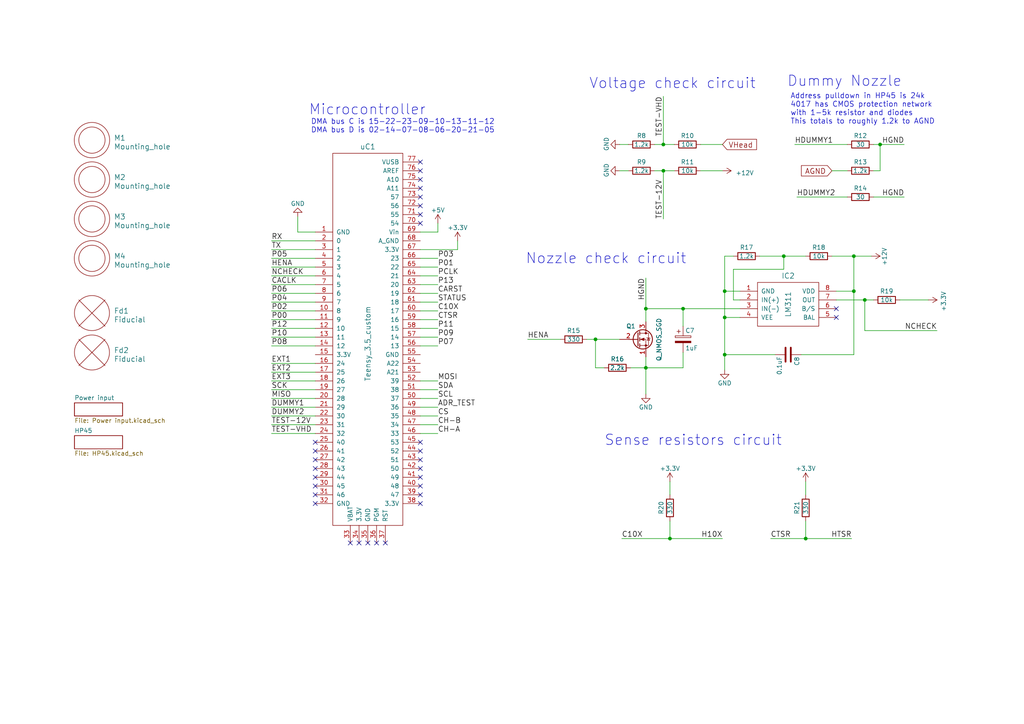
<source format=kicad_sch>
(kicad_sch (version 20230121) (generator eeschema)
  (paper "A4")
  (title_block (date "2023-05-09"))
  (lib_symbols
    (symbol "Device:C" (pin_numbers hide) (pin_names (offset 0.254))
      (property "Reference" "C" (at 0.635 2.54 0))
      (property "Value" "C" (at 0.635 -2.54 0))
      (symbol "C_0_1"
        (polyline (pts (xy -2.032 -0.762) (xy 2.032 -0.762)) (stroke (width 0.508)))
        (polyline (pts (xy -2.032 0.762) (xy 2.032 0.762)) (stroke (width 0.508)))
      )
      (symbol "C_1_1"
        (pin passive line (at 0 3.81 270) (length 2.794) (name "~") (number "1"))
        (pin passive line (at 0 -3.81 90) (length 2.794) (name "~") (number "2"))
      )
    )
    (symbol "Device:C_Polarized" (pin_numbers hide) (pin_names (offset 0.254))
      (property "Reference" "C" (at 0.635 2.54 0))
      (property "Value" "C_Polarized" (at 0.635 -2.54 0))
      (symbol "C_Polarized_0_1"
        (rectangle (start -2.286 0.508) (end 2.286 1.016))
        (polyline (pts (xy -1.778 2.286) (xy -0.762 2.286)))
        (polyline (pts (xy -1.27 2.794) (xy -1.27 1.778)))
        (rectangle (start 2.286 -0.508) (end -2.286 -1.016) (fill (type outline)))
      )
      (symbol "C_Polarized_1_1"
        (pin passive line (at 0 3.81 270) (length 2.794) (name "~") (number "1"))
        (pin passive line (at 0 -3.81 90) (length 2.794) (name "~") (number "2"))
      )
    )
    (symbol "Device:Q_NMOS_SGD" (pin_names (offset 0) hide)
      (property "Reference" "Q" (at 5.08 1.27 0))
      (property "Value" "Q_NMOS_SGD" (at 5.08 -1.27 0))
      (symbol "Q_NMOS_SGD_0_1"
        (polyline (pts (xy 0.254 0) (xy -2.54 0)))
        (polyline (pts (xy 0.254 1.905) (xy 0.254 -1.905)) (stroke (width 0.254)))
        (polyline (pts (xy 0.762 -1.27) (xy 0.762 -2.286)) (stroke (width 0.254)))
        (polyline (pts (xy 0.762 0.508) (xy 0.762 -0.508)) (stroke (width 0.254)))
        (polyline (pts (xy 0.762 2.286) (xy 0.762 1.27)) (stroke (width 0.254)))
        (polyline (pts (xy 2.54 2.54) (xy 2.54 1.778)))
        (polyline (pts (xy 2.54 -2.54) (xy 2.54 0) (xy 0.762 0)))
        (polyline (pts (xy 0.762 -1.778) (xy 3.302 -1.778) (xy 3.302 1.778) (xy 0.762 1.778)))
        (polyline (pts (xy 1.016 0) (xy 2.032 0.381) (xy 2.032 -0.381) (xy 1.016 0)) (fill (type outline)))
        (polyline (pts (xy 2.794 0.508) (xy 2.921 0.381) (xy 3.683 0.381) (xy 3.81 0.254)))
        (polyline (pts (xy 3.302 0.381) (xy 2.921 -0.254) (xy 3.683 -0.254) (xy 3.302 0.381)))
        (circle (center 1.651 0) (radius 2.794) (stroke (width 0.254)))
        (circle (center 2.54 -1.778) (radius 0.254) (fill (type outline)))
        (circle (center 2.54 1.778) (radius 0.254) (fill (type outline)))
      )
      (symbol "Q_NMOS_SGD_1_1"
        (pin passive line (at 2.54 -5.08 90) (length 2.54) (name "S") (number "1"))
        (pin input line (at -5.08 0 0) (length 5.08) (name "G") (number "2"))
        (pin passive line (at 2.54 5.08 270) (length 2.54) (name "D") (number "3"))
      )
    )
    (symbol "Device:R" (pin_numbers hide) (pin_names (offset 0))
      (property "Reference" "R" (at 2.032 0 90))
      (property "Value" "R" (at 0 0 90))
      (symbol "R_0_1"
        (rectangle (start -1.016 -2.54) (end 1.016 2.54) (stroke (width 0.254)))
      )
      (symbol "R_1_1"
        (pin passive line (at 0 3.81 270) (length 1.27) (name "~") (number "1"))
        (pin passive line (at 0 -3.81 90) (length 1.27) (name "~") (number "2"))
      )
    )
    (symbol "HP45 controller parts:Fiducial" (pin_names (offset 1.016))
      (property "Reference" "Fd" (at 0 0 0))
      (property "Value" "Fiducial" (at 0 6.35 0))
      (symbol "Fiducial_0_1"
        (polyline (pts (xy -3.81 3.81) (xy 3.81 -3.81)))
        (polyline (pts (xy 3.81 3.81) (xy -3.81 -3.81)))
        (circle (center 0 0) (radius 5.08))
      )
    )
    (symbol "HP45 controller parts:LM311" (pin_names (offset 1.016))
      (property "Reference" "IC?" (at 0 2.54 0))
      (property "Value" "LM311" (at 0 -6.35 90))
      (symbol "LM311_0_1"
        (rectangle (start -8.89 0) (end 8.89 -12.7))
      )
      (symbol "LM311_1_1"
        (pin bidirectional line (at -13.97 -2.54 0) (length 5.08) (name "GND") (number "1"))
        (pin bidirectional line (at -13.97 -5.08 0) (length 5.08) (name "IN(+)") (number "2"))
        (pin bidirectional line (at -13.97 -7.62 0) (length 5.08) (name "IN(-)") (number "3"))
        (pin bidirectional line (at -13.97 -10.16 0) (length 5.08) (name "VEE") (number "4"))
        (pin bidirectional line (at 13.97 -10.16 180) (length 5.08) (name "BAL") (number "5"))
        (pin bidirectional line (at 13.97 -7.62 180) (length 5.08) (name "B/S") (number "6"))
        (pin bidirectional line (at 13.97 -5.08 180) (length 5.08) (name "OUT") (number "7"))
        (pin bidirectional line (at 13.97 -2.54 180) (length 5.08) (name "VDD") (number "8"))
      )
    )
    (symbol "HP45 controller parts:Mounting_hole" (pin_names (offset 1.016))
      (property "Reference" "M" (at 0 6.985 0))
      (property "Value" "Mounting_hole" (at 0 9.525 0))
      (symbol "Mounting_hole_0_1"
        (circle (center 0 0) (radius 3.81))
        (circle (center 0 0) (radius 5.1308))
      )
    )
    (symbol "HP45 controller parts:Teensy_3.5_custom" (pin_names (offset 1.016))
      (property "Reference" "uC" (at 0 2.54 0))
      (property "Value" "Teensy_3.5_custom" (at 0 -52.07 90))
      (symbol "Teensy_3.5_custom_0_1"
        (rectangle (start 10.16 0) (end -10.16 -107.95))
      )
      (symbol "Teensy_3.5_custom_1_1"
        (pin bidirectional line (at -15.24 -22.86 0) (length 5.08) (name "GND") (number "1"))
        (pin bidirectional line (at -15.24 -45.72 0) (length 5.08) (name "8") (number "10"))
        (pin bidirectional line (at -15.24 -48.26 0) (length 5.08) (name "9") (number "11"))
        (pin bidirectional line (at -15.24 -50.8 0) (length 5.08) (name "10") (number "12"))
        (pin bidirectional line (at -15.24 -53.34 0) (length 5.08) (name "11") (number "13"))
        (pin bidirectional line (at -15.24 -55.88 0) (length 5.08) (name "12") (number "14"))
        (pin bidirectional line (at -15.24 -58.42 0) (length 5.08) (name "3.3V") (number "15"))
        (pin bidirectional line (at -15.24 -60.96 0) (length 5.08) (name "24") (number "16"))
        (pin bidirectional line (at -15.24 -63.5 0) (length 5.08) (name "25") (number "17"))
        (pin bidirectional line (at -15.24 -66.04 0) (length 5.08) (name "26") (number "18"))
        (pin bidirectional line (at -15.24 -68.58 0) (length 5.08) (name "27") (number "19"))
        (pin bidirectional line (at -15.24 -25.4 0) (length 5.08) (name "0") (number "2"))
        (pin bidirectional line (at -15.24 -71.12 0) (length 5.08) (name "28") (number "20"))
        (pin bidirectional line (at -15.24 -73.66 0) (length 5.08) (name "29") (number "21"))
        (pin bidirectional line (at -15.24 -76.2 0) (length 5.08) (name "30") (number "22"))
        (pin bidirectional line (at -15.24 -78.74 0) (length 5.08) (name "31") (number "23"))
        (pin bidirectional line (at -15.24 -81.28 0) (length 5.08) (name "32") (number "24"))
        (pin bidirectional line (at -15.24 -83.82 0) (length 5.08) (name "40") (number "25"))
        (pin bidirectional line (at -15.24 -86.36 0) (length 5.08) (name "41") (number "26"))
        (pin bidirectional line (at -15.24 -88.9 0) (length 5.08) (name "42") (number "27"))
        (pin bidirectional line (at -15.24 -91.44 0) (length 5.08) (name "43") (number "28"))
        (pin bidirectional line (at -15.24 -93.98 0) (length 5.08) (name "44") (number "29"))
        (pin bidirectional line (at -15.24 -27.94 0) (length 5.08) (name "1") (number "3"))
        (pin bidirectional line (at -15.24 -96.52 0) (length 5.08) (name "45") (number "30"))
        (pin bidirectional line (at -15.24 -99.06 0) (length 5.08) (name "46") (number "31"))
        (pin bidirectional line (at -15.24 -101.6 0) (length 5.08) (name "GND") (number "32"))
        (pin bidirectional line (at -5.08 -113.03 90) (length 5.08) (name "VBAT") (number "33"))
        (pin bidirectional line (at -2.54 -113.03 90) (length 5.08) (name "3.3V") (number "34"))
        (pin bidirectional line (at 0 -113.03 90) (length 5.08) (name "GND") (number "35"))
        (pin bidirectional line (at 2.54 -113.03 90) (length 5.08) (name "PGM") (number "36"))
        (pin bidirectional line (at 5.08 -113.03 90) (length 5.08) (name "RST") (number "37"))
        (pin bidirectional line (at 15.24 -101.6 180) (length 5.08) (name "3.3V") (number "38"))
        (pin bidirectional line (at 15.24 -99.06 180) (length 5.08) (name "47") (number "39"))
        (pin bidirectional line (at -15.24 -30.48 0) (length 5.08) (name "2") (number "4"))
        (pin bidirectional line (at 15.24 -96.52 180) (length 5.08) (name "48") (number "40"))
        (pin bidirectional line (at 15.24 -93.98 180) (length 5.08) (name "49") (number "41"))
        (pin bidirectional line (at 15.24 -91.44 180) (length 5.08) (name "50") (number "42"))
        (pin bidirectional line (at 15.24 -88.9 180) (length 5.08) (name "51") (number "43"))
        (pin bidirectional line (at 15.24 -86.36 180) (length 5.08) (name "52") (number "44"))
        (pin bidirectional line (at 15.24 -83.82 180) (length 5.08) (name "53") (number "45"))
        (pin bidirectional line (at 15.24 -81.28 180) (length 5.08) (name "33") (number "46"))
        (pin bidirectional line (at 15.24 -78.74 180) (length 5.08) (name "34") (number "47"))
        (pin bidirectional line (at 15.24 -76.2 180) (length 5.08) (name "35") (number "48"))
        (pin bidirectional line (at 15.24 -73.66 180) (length 5.08) (name "36") (number "49"))
        (pin bidirectional line (at -15.24 -33.02 0) (length 5.08) (name "3") (number "5"))
        (pin bidirectional line (at 15.24 -71.12 180) (length 5.08) (name "37") (number "50"))
        (pin bidirectional line (at 15.24 -68.58 180) (length 5.08) (name "38") (number "51"))
        (pin bidirectional line (at 15.24 -66.04 180) (length 5.08) (name "39") (number "52"))
        (pin bidirectional line (at 15.24 -63.5 180) (length 5.08) (name "A21") (number "53"))
        (pin bidirectional line (at 15.24 -60.96 180) (length 5.08) (name "A22") (number "54"))
        (pin bidirectional line (at 15.24 -58.42 180) (length 5.08) (name "GND") (number "55"))
        (pin bidirectional line (at 15.24 -55.88 180) (length 5.08) (name "13") (number "56"))
        (pin bidirectional line (at 15.24 -53.34 180) (length 5.08) (name "14") (number "57"))
        (pin bidirectional line (at 15.24 -50.8 180) (length 5.08) (name "15") (number "58"))
        (pin bidirectional line (at 15.24 -48.26 180) (length 5.08) (name "16") (number "59"))
        (pin bidirectional line (at -15.24 -35.56 0) (length 5.08) (name "4") (number "6"))
        (pin bidirectional line (at 15.24 -45.72 180) (length 5.08) (name "17") (number "60"))
        (pin bidirectional line (at 15.24 -43.18 180) (length 5.08) (name "18") (number "61"))
        (pin bidirectional line (at 15.24 -40.64 180) (length 5.08) (name "19") (number "62"))
        (pin bidirectional line (at 15.24 -38.1 180) (length 5.08) (name "20") (number "63"))
        (pin bidirectional line (at 15.24 -35.56 180) (length 5.08) (name "21") (number "64"))
        (pin bidirectional line (at 15.24 -33.02 180) (length 5.08) (name "22") (number "65"))
        (pin bidirectional line (at 15.24 -30.48 180) (length 5.08) (name "23") (number "66"))
        (pin bidirectional line (at 15.24 -27.94 180) (length 5.08) (name "3.3V") (number "67"))
        (pin bidirectional line (at 15.24 -25.4 180) (length 5.08) (name "A_GND") (number "68"))
        (pin bidirectional line (at 15.24 -22.86 180) (length 5.08) (name "Vin") (number "69"))
        (pin bidirectional line (at -15.24 -38.1 0) (length 5.08) (name "5") (number "7"))
        (pin bidirectional line (at 15.24 -20.32 180) (length 5.08) (name "54") (number "70"))
        (pin bidirectional line (at 15.24 -17.78 180) (length 5.08) (name "55") (number "71"))
        (pin bidirectional line (at 15.24 -15.24 180) (length 5.08) (name "56") (number "72"))
        (pin bidirectional line (at 15.24 -12.7 180) (length 5.08) (name "57") (number "73"))
        (pin bidirectional line (at 15.24 -10.16 180) (length 5.08) (name "A11") (number "74"))
        (pin bidirectional line (at 15.24 -7.62 180) (length 5.08) (name "A10") (number "75"))
        (pin bidirectional line (at 15.24 -5.08 180) (length 5.08) (name "AREF") (number "76"))
        (pin bidirectional line (at 15.24 -2.54 180) (length 5.08) (name "VUSB") (number "77"))
        (pin bidirectional line (at -15.24 -40.64 0) (length 5.08) (name "6") (number "8"))
        (pin bidirectional line (at -15.24 -43.18 0) (length 5.08) (name "7") (number "9"))
      )
    )
    (symbol "power:+12V" (power) (pin_names (offset 0))
      (property "Value" "+12V" (at 0 3.556 0))
      (symbol "+12V_0_1"
        (polyline (pts (xy -0.762 1.27) (xy 0 2.54)))
        (polyline (pts (xy 0 0) (xy 0 2.54)))
        (polyline (pts (xy 0 2.54) (xy 0.762 1.27)))
      )
      (symbol "+12V_1_1"
        (pin power_in line (at 0 0 90) (length 0) hide (name "+12V") (number "1"))
      )
    )
    (symbol "power:+3.3V" (power) (pin_names (offset 0))
      (property "Value" "+3.3V" (at 0 3.556 0))
      (symbol "+3.3V_0_1"
        (polyline (pts (xy -0.762 1.27) (xy 0 2.54)))
        (polyline (pts (xy 0 0) (xy 0 2.54)))
        (polyline (pts (xy 0 2.54) (xy 0.762 1.27)))
      )
      (symbol "+3.3V_1_1"
        (pin power_in line (at 0 0 90) (length 0) hide (name "+3.3V") (number "1"))
      )
    )
    (symbol "power:+5V" (power) (pin_names (offset 0))
      (property "Value" "+5V" (at 0 3.556 0))
      (symbol "+5V_0_1"
        (polyline (pts (xy -0.762 1.27) (xy 0 2.54)))
        (polyline (pts (xy 0 0) (xy 0 2.54)))
        (polyline (pts (xy 0 2.54) (xy 0.762 1.27)))
      )
      (symbol "+5V_1_1"
        (pin power_in line (at 0 0 90) (length 0) hide (name "+5V") (number "1"))
      )
    )
    (symbol "power:GND" (power) (pin_names (offset 0))
      (property "Value" "GND" (at 0 -3.81 0))
      (symbol "GND_0_1"
        (polyline (pts (xy 0 0) (xy 0 -1.27) (xy 1.27 -1.27) (xy 0 -2.54) (xy -1.27 -1.27) (xy 0 -1.27)))
      )
      (symbol "GND_1_1"
        (pin power_in line (at 0 0 270) (length 0) hide (name "GND") (number "1"))
      )
    )
  )
  (junction (at 247.65 84.455))
  (junction (at 192.405 49.53))
  (junction (at 187.325 106.68))
  (junction (at 210.185 102.87))
  (junction (at 194.31 156.21))
  (junction (at 187.325 89.535))
  (junction (at 192.405 41.91))
  (junction (at 210.185 92.075))
  (junction (at 227.33 74.295))
  (junction (at 210.185 84.455))
  (junction (at 255.27 41.91))
  (junction (at 247.65 74.295))
  (junction (at 233.68 156.21))
  (junction (at 250.825 86.995))
  (junction (at 172.72 98.425))
  (junction (at 198.12 89.535))
  (no_connect (at 111.76 157.48))
  (no_connect (at 121.92 128.27))
  (no_connect (at 91.44 140.97))
  (no_connect (at 121.92 140.97))
  (no_connect (at 121.92 130.81))
  (no_connect (at 101.6 157.48))
  (no_connect (at 91.44 135.89))
  (no_connect (at 91.44 133.35))
  (no_connect (at 106.68 157.48))
  (no_connect (at 121.92 57.15))
  (no_connect (at 104.14 157.48))
  (no_connect (at 121.92 59.69))
  (no_connect (at 121.92 52.07))
  (no_connect (at 121.92 54.61))
  (no_connect (at 91.44 138.43))
  (no_connect (at 91.44 143.51))
  (no_connect (at 91.44 128.27))
  (no_connect (at 91.44 130.81))
  (no_connect (at 121.92 46.99))
  (no_connect (at 109.22 157.48))
  (no_connect (at 121.92 146.05))
  (no_connect (at 121.92 143.51))
  (no_connect (at 242.57 92.075))
  (no_connect (at 121.92 135.89))
  (no_connect (at 91.44 146.05))
  (no_connect (at 242.57 89.535))
  (no_connect (at 121.92 64.77))
  (no_connect (at 121.92 62.23))
  (no_connect (at 121.92 138.43))
  (no_connect (at 121.92 133.35))
  (no_connect (at 121.92 49.53))
  (wire (pts (xy 242.57 86.995) (xy 250.825 86.995)))
  (wire (pts (xy 179.705 49.53) (xy 182.245 49.53)))
  (wire (pts (xy 187.325 80.645) (xy 187.325 89.535)))
  (wire (pts (xy 198.12 89.535) (xy 187.325 89.535)))
  (wire (pts (xy 121.92 113.03) (xy 127 113.03)))
  (wire (pts (xy 227.33 74.295) (xy 233.68 74.295)))
  (wire (pts (xy 189.865 41.91) (xy 192.405 41.91)))
  (wire (pts (xy 121.92 77.47) (xy 127 77.47)))
  (wire (pts (xy 192.405 41.91) (xy 195.58 41.91)))
  (wire (pts (xy 192.405 49.53) (xy 195.58 49.53)))
  (wire (pts (xy 223.52 156.21) (xy 233.68 156.21)))
  (wire (pts (xy 182.88 106.68) (xy 187.325 106.68)))
  (wire (pts (xy 203.2 49.53) (xy 209.55 49.53)))
  (wire (pts (xy 180.34 156.21) (xy 194.31 156.21)))
  (wire (pts (xy 121.92 100.33) (xy 127 100.33)))
  (wire (pts (xy 121.92 90.17) (xy 127 90.17)))
  (wire (pts (xy 214.63 86.995) (xy 212.725 86.995)))
  (wire (pts (xy 198.12 94.615) (xy 198.12 89.535)))
  (wire (pts (xy 247.65 74.295) (xy 247.65 84.455)))
  (wire (pts (xy 253.365 41.91) (xy 255.27 41.91)))
  (wire (pts (xy 192.405 27.94) (xy 192.405 41.91)))
  (wire (pts (xy 271.78 95.885) (xy 250.825 95.885)))
  (wire (pts (xy 78.74 97.79) (xy 91.44 97.79)))
  (wire (pts (xy 121.92 80.01) (xy 127 80.01)))
  (wire (pts (xy 78.74 125.73) (xy 91.44 125.73)))
  (wire (pts (xy 78.74 80.01) (xy 91.44 80.01)))
  (wire (pts (xy 170.18 98.425) (xy 172.72 98.425)))
  (wire (pts (xy 121.92 67.31) (xy 127 67.31)))
  (wire (pts (xy 194.31 156.21) (xy 209.55 156.21)))
  (wire (pts (xy 210.185 84.455) (xy 210.185 92.075)))
  (wire (pts (xy 194.31 139.7) (xy 194.31 143.51)))
  (wire (pts (xy 227.33 78.105) (xy 227.33 74.295)))
  (wire (pts (xy 78.74 95.25) (xy 91.44 95.25)))
  (wire (pts (xy 212.725 86.995) (xy 212.725 78.105)))
  (wire (pts (xy 121.92 74.93) (xy 127 74.93)))
  (wire (pts (xy 121.92 118.11) (xy 127 118.11)))
  (wire (pts (xy 78.74 74.93) (xy 91.44 74.93)))
  (wire (pts (xy 121.92 120.65) (xy 127 120.65)))
  (wire (pts (xy 78.74 69.85) (xy 91.44 69.85)))
  (wire (pts (xy 210.185 92.075) (xy 210.185 102.87)))
  (wire (pts (xy 153.035 98.425) (xy 162.56 98.425)))
  (wire (pts (xy 232.41 102.87) (xy 247.65 102.87)))
  (wire (pts (xy 214.63 92.075) (xy 210.185 92.075)))
  (wire (pts (xy 121.92 72.39) (xy 132.715 72.39)))
  (wire (pts (xy 198.12 89.535) (xy 214.63 89.535)))
  (wire (pts (xy 253.365 57.15) (xy 262.255 57.15)))
  (wire (pts (xy 121.92 123.19) (xy 127 123.19)))
  (wire (pts (xy 247.65 84.455) (xy 242.57 84.455)))
  (wire (pts (xy 78.74 110.49) (xy 91.44 110.49)))
  (wire (pts (xy 212.725 78.105) (xy 227.33 78.105)))
  (wire (pts (xy 78.74 90.17) (xy 91.44 90.17)))
  (wire (pts (xy 187.325 106.68) (xy 187.325 114.3)))
  (wire (pts (xy 198.12 106.68) (xy 187.325 106.68)))
  (wire (pts (xy 210.185 84.455) (xy 214.63 84.455)))
  (wire (pts (xy 78.74 120.65) (xy 91.44 120.65)))
  (wire (pts (xy 78.74 123.19) (xy 91.44 123.19)))
  (wire (pts (xy 230.505 41.91) (xy 245.745 41.91)))
  (wire (pts (xy 220.345 74.295) (xy 227.33 74.295)))
  (wire (pts (xy 121.92 92.71) (xy 127 92.71)))
  (wire (pts (xy 121.92 95.25) (xy 127 95.25)))
  (wire (pts (xy 78.74 77.47) (xy 91.44 77.47)))
  (wire (pts (xy 78.74 115.57) (xy 91.44 115.57)))
  (wire (pts (xy 250.825 86.995) (xy 253.365 86.995)))
  (wire (pts (xy 121.92 110.49) (xy 127 110.49)))
  (wire (pts (xy 187.325 89.535) (xy 187.325 93.345)))
  (wire (pts (xy 210.185 74.295) (xy 210.185 84.455)))
  (wire (pts (xy 78.74 82.55) (xy 91.44 82.55)))
  (wire (pts (xy 231.14 57.15) (xy 245.745 57.15)))
  (wire (pts (xy 179.705 41.91) (xy 182.245 41.91)))
  (wire (pts (xy 172.72 98.425) (xy 179.705 98.425)))
  (wire (pts (xy 233.68 151.13) (xy 233.68 156.21)))
  (wire (pts (xy 203.2 41.91) (xy 209.55 41.91)))
  (wire (pts (xy 175.26 106.68) (xy 172.72 106.68)))
  (wire (pts (xy 172.72 106.68) (xy 172.72 98.425)))
  (wire (pts (xy 189.865 49.53) (xy 192.405 49.53)))
  (wire (pts (xy 233.68 156.21) (xy 247.015 156.21)))
  (wire (pts (xy 121.92 85.09) (xy 127 85.09)))
  (wire (pts (xy 255.27 41.91) (xy 262.255 41.91)))
  (wire (pts (xy 250.825 86.995) (xy 250.825 95.885)))
  (wire (pts (xy 78.74 72.39) (xy 91.44 72.39)))
  (wire (pts (xy 78.74 113.03) (xy 91.44 113.03)))
  (wire (pts (xy 121.92 115.57) (xy 127 115.57)))
  (wire (pts (xy 78.74 105.41) (xy 91.44 105.41)))
  (wire (pts (xy 78.74 85.09) (xy 91.44 85.09)))
  (wire (pts (xy 78.74 107.95) (xy 91.44 107.95)))
  (wire (pts (xy 86.36 67.31) (xy 86.36 62.865)))
  (wire (pts (xy 247.65 74.295) (xy 252.73 74.295)))
  (wire (pts (xy 78.74 92.71) (xy 91.44 92.71)))
  (wire (pts (xy 233.68 139.7) (xy 233.68 143.51)))
  (wire (pts (xy 121.92 87.63) (xy 127 87.63)))
  (wire (pts (xy 121.92 97.79) (xy 127 97.79)))
  (wire (pts (xy 198.12 102.235) (xy 198.12 106.68)))
  (wire (pts (xy 78.74 100.33) (xy 91.44 100.33)))
  (wire (pts (xy 78.74 118.11) (xy 91.44 118.11)))
  (wire (pts (xy 121.92 125.73) (xy 127 125.73)))
  (wire (pts (xy 255.27 49.53) (xy 255.27 41.91)))
  (wire (pts (xy 253.365 49.53) (xy 255.27 49.53)))
  (wire (pts (xy 194.31 151.13) (xy 194.31 156.21)))
  (wire (pts (xy 210.185 102.87) (xy 210.185 107.315)))
  (wire (pts (xy 247.65 102.87) (xy 247.65 84.455)))
  (wire (pts (xy 241.3 74.295) (xy 247.65 74.295)))
  (wire (pts (xy 192.405 49.53) (xy 192.405 63.5)))
  (wire (pts (xy 91.44 67.31) (xy 86.36 67.31)))
  (wire (pts (xy 78.74 87.63) (xy 91.44 87.63)))
  (wire (pts (xy 127 67.31) (xy 127 64.77)))
  (wire (pts (xy 224.79 102.87) (xy 210.185 102.87)))
  (wire (pts (xy 241.3 49.53) (xy 245.745 49.53)))
  (wire (pts (xy 212.725 74.295) (xy 210.185 74.295)))
  (wire (pts (xy 187.325 106.68) (xy 187.325 103.505)))
  (wire (pts (xy 121.92 82.55) (xy 127 82.55)))
  (wire (pts (xy 260.985 86.995) (xy 269.24 86.995)))
  (wire (pts (xy 132.715 72.39) (xy 132.715 69.85)))
  (text "Dummy Nozzle" (at 261.62 25.4 0) (effects (font (size 3 3)) (justify right bottom)))
  (text "Microcontroller" (at 89.535 33.655 0) (effects (font (size 3 3)) (justify left bottom)))
  (text "Sense resistors circuit" (at 175.26 129.54 0) (effects (font (size 3 3)) (justify left bottom)))
  (text "Address pulldown in HP45 is 24k\n4017 has CMOS protection network\nwith 1-5k resistor and diodes\nThis totals to roughly 1.2k to AGND" (at 229.235 36.195 0) (effects (font (size 1.524 1.524)) (justify left bottom)))
  (text "Nozzle check circuit" (at 152.4 76.835 0) (effects (font (size 3 3)) (justify left bottom)))
  (text "Voltage check circuit" (at 170.815 26.035 0) (effects (font (size 3 3)) (justify left bottom)))
  (text "DMA bus C is 15-22-23-09-10-13-11-12\nDMA bus D is 02-14-07-08-06-20-21-05" (at 90.17 38.735 0) (effects (font (size 1.524 1.524)) (justify left bottom)))
  (label "MISO" (at 78.74 115.57 0) (effects (font (size 1.524 1.524))))
  (label "EXT1" (at 78.74 105.41 0) (effects (font (size 1.524 1.524))))
  (label "HDUMMY1" (at 230.505 41.91 0) (effects (font (size 1.524 1.524))))
  (label "EXT3" (at 78.74 110.49 0) (effects (font (size 1.524 1.524))))
  (label "HTSR" (at 247.015 156.21 180) (effects (font (size 1.524 1.524))))
  (label "NCHECK" (at 271.78 95.885 180) (effects (font (size 1.524 1.524))))
  (label "P10" (at 78.74 97.79 0) (effects (font (size 1.524 1.524))))
  (label "SCK" (at 78.74 113.03 0) (effects (font (size 1.524 1.524))))
  (label "P07" (at 127 100.33 0) (effects (font (size 1.524 1.524))))
  (label "HGND" (at 262.255 57.15 180) (effects (font (size 1.524 1.524))))
  (label "HENA" (at 153.035 98.425 0) (effects (font (size 1.524 1.524))))
  (label "CH-A" (at 127 125.73 0) (effects (font (size 1.524 1.524))))
  (label "DUMMY1" (at 78.74 118.11 0) (effects (font (size 1.524 1.524))))
  (label "TEST-VHD" (at 192.405 27.94 270) (effects (font (size 1.524 1.524))))
  (label "TEST-VHD" (at 78.74 125.73 0) (effects (font (size 1.524 1.524))))
  (label "P03" (at 127 74.93 0) (effects (font (size 1.524 1.524))))
  (label "C10X" (at 127 90.17 0) (effects (font (size 1.524 1.524))))
  (label "CACLK" (at 78.74 82.55 0) (effects (font (size 1.524 1.524))))
  (label "H10X" (at 209.55 156.21 180) (effects (font (size 1.524 1.524))))
  (label "P11" (at 127 95.25 0) (effects (font (size 1.524 1.524))))
  (label "P02" (at 78.74 90.17 0) (effects (font (size 1.524 1.524))))
  (label "ADR_TEST" (at 127 118.11 0) (effects (font (size 1.524 1.524))))
  (label "HDUMMY2" (at 231.14 57.15 0) (effects (font (size 1.524 1.524))))
  (label "P08" (at 78.74 100.33 0) (effects (font (size 1.524 1.524))))
  (label "NCHECK" (at 78.74 80.01 0) (effects (font (size 1.524 1.524))))
  (label "CS" (at 127 120.65 0) (effects (font (size 1.524 1.524))))
  (label "CARST" (at 127 85.09 0) (effects (font (size 1.524 1.524))))
  (label "SDA" (at 127 113.03 0) (effects (font (size 1.524 1.524))))
  (label "P04" (at 78.74 87.63 0) (effects (font (size 1.524 1.524))))
  (label "HGND" (at 187.325 80.645 270) (effects (font (size 1.524 1.524))))
  (label "TEST-12V" (at 192.405 63.5 90) (effects (font (size 1.524 1.524))))
  (label "P12" (at 78.74 95.25 0) (effects (font (size 1.524 1.524))))
  (label "TX" (at 78.74 72.39 0) (effects (font (size 1.524 1.524))))
  (label "TEST-12V" (at 78.74 123.19 0) (effects (font (size 1.524 1.524))))
  (label "P06" (at 78.74 85.09 0) (effects (font (size 1.524 1.524))))
  (label "EXT2" (at 78.74 107.95 0) (effects (font (size 1.524 1.524))))
  (label "PCLK" (at 127 80.01 0) (effects (font (size 1.524 1.524))))
  (label "CTSR" (at 127 92.71 0) (effects (font (size 1.524 1.524))))
  (label "DUMMY2" (at 78.74 120.65 0) (effects (font (size 1.524 1.524))))
  (label "HENA" (at 78.74 77.47 0) (effects (font (size 1.524 1.524))))
  (label "P01" (at 127 77.47 0) (effects (font (size 1.524 1.524))))
  (label "P05" (at 78.74 74.93 0) (effects (font (size 1.524 1.524))))
  (label "CTSR" (at 223.52 156.21 0) (effects (font (size 1.524 1.524))))
  (label "P00" (at 78.74 92.71 0) (effects (font (size 1.524 1.524))))
  (label "C10X" (at 180.34 156.21 0) (effects (font (size 1.524 1.524))))
  (label "HGND" (at 262.255 41.91 180) (effects (font (size 1.524 1.524))))
  (label "STATUS" (at 127 87.63 0) (effects (font (size 1.524 1.524))))
  (label "MOSI" (at 127 110.49 0) (effects (font (size 1.524 1.524))))
  (label "P09" (at 127 97.79 0) (effects (font (size 1.524 1.524))))
  (label "P13" (at 127 82.55 0) (effects (font (size 1.524 1.524))))
  (label "RX" (at 78.74 69.85 0) (effects (font (size 1.524 1.524))))
  (label "CH-B" (at 127 123.19 0) (effects (font (size 1.524 1.524))))
  (label "SCL" (at 127 115.57 0) (effects (font (size 1.524 1.524))))
  (global_label "VHead" (shape input) (at 209.55 41.91 0) (effects (font (size 1.524 1.524))) (property "Intersheetrefs" "${INTERSHEET_REFS}" (effects hide)))
  (global_label "AGND" (shape input) (at 241.3 49.53 180) (effects (font (size 1.524 1.524))) (property "Intersheetrefs" "${INTERSHEET_REFS}" (effects hide)))
  (symbol (lib_id "Device:R") (at 249.555 49.53 90) (unit 1)
    (property "Reference" "R13" (at 249.555 46.99 90))
    (property "Value" "1.2k" (at 249.555 49.53 90))
  )
  (symbol (lib_id "Device:R") (at 199.39 41.91 90) (unit 1)
    (property "Reference" "R10" (at 199.39 39.37 90))
    (property "Value" "10k" (at 199.39 41.91 90))
  )
  (symbol (lib_id "Device:R") (at 249.555 41.91 90) (unit 1)
    (property "Reference" "R12" (at 249.555 39.37 90))
    (property "Value" "30" (at 249.555 41.91 90))
  )
  (symbol (lib_id "Device:R") (at 166.37 98.425 90) (unit 1)
    (property "Reference" "R15" (at 166.37 95.885 90))
    (property "Value" "330" (at 166.37 98.425 90))
  )
  (symbol (lib_id "HP45 controller parts:LM311") (at 228.6 81.915 0) (unit 1)
    (property "Reference" "IC2" (at 228.6 80.01 0) (effects (font (size 1.524 1.524))))
    (property "Value" "LM311" (at 228.6 88.265 90) (effects (font (size 1.524 1.524))))
  )
  (symbol (lib_id "power:GND") (at 179.705 49.53 270) (unit 1)
    (property "Reference" "#PWR030" (effects hide))
    (property "Value" "GND" (at 175.895 51.435 0) (effects (justify right)))
  )
  (symbol (lib_id "Device:C_Polarized") (at 198.12 98.425 0) (unit 1)
    (property "Reference" "C7" (at 198.755 95.885 0) (effects (justify left)))
    (property "Value" "1uF" (at 198.755 100.965 0) (effects (justify left)))
  )
  (symbol (lib_id "Device:C") (at 228.6 102.87 90) (unit 1)
    (property "Reference" "C8" (at 231.14 104.775 0))
    (property "Value" "0.1uF" (at 226.06 106.045 0))
  )
  (symbol (lib_id "power:+3.3V") (at 194.31 139.7 0) (unit 1)
    (property "Reference" "#PWR036" (effects hide))
    (property "Value" "+3.3V" (at 194.31 135.89 0))
  )
  (symbol (lib_id "HP45 controller parts:Teensy_3.5_custom") (at 106.68 44.45 0) (unit 1)
    (property "Reference" "uC1" (at 106.68 42.545 0) (effects (font (size 1.524 1.524))))
    (property "Value" "Teensy_3.5_custom" (at 106.68 99.695 90) (effects (font (size 1.524 1.524))))
  )
  (symbol (lib_id "power:+5V") (at 127 64.77 0) (unit 1)
    (property "Reference" "#PWR028" (effects hide))
    (property "Value" "+5V" (at 127 60.96 0))
  )
  (symbol (lib_id "power:GND") (at 210.185 107.315 0) (unit 1)
    (property "Reference" "#PWR033" (effects hide))
    (property "Value" "GND" (at 210.185 111.125 0))
  )
  (symbol (lib_id "Device:R") (at 186.055 41.91 90) (unit 1)
    (property "Reference" "R8" (at 186.055 39.37 90))
    (property "Value" "1.2k" (at 186.055 41.91 90))
  )
  (symbol (lib_id "Device:R") (at 233.68 147.32 0) (unit 1)
    (property "Reference" "R21" (at 231.14 149.225 90) (effects (justify left)))
    (property "Value" "330" (at 233.68 149.225 90) (effects (justify left)))
  )
  (symbol (lib_id "HP45 controller parts:Mounting_hole") (at 26.67 63.5 0) (unit 1)
    (property "Reference" "M3" (at 33.02 62.865 0) (effects (font (size 1.524 1.524)) (justify left)))
    (property "Value" "Mounting_hole" (at 33.02 65.405 0) (effects (font (size 1.524 1.524)) (justify left)))
  )
  (symbol (lib_id "Device:R") (at 179.07 106.68 90) (unit 1)
    (property "Reference" "R16" (at 179.07 104.14 90))
    (property "Value" "2.2k" (at 179.07 106.68 90))
  )
  (symbol (lib_id "HP45 controller parts:Mounting_hole") (at 26.67 52.07 0) (unit 1)
    (property "Reference" "M2" (at 33.02 51.435 0) (effects (font (size 1.524 1.524)) (justify left)))
    (property "Value" "Mounting_hole" (at 33.02 53.975 0) (effects (font (size 1.524 1.524)) (justify left)))
  )
  (symbol (lib_id "Device:R") (at 194.31 147.32 0) (unit 1)
    (property "Reference" "R20" (at 191.77 149.225 90) (effects (justify left)))
    (property "Value" "330" (at 194.31 149.225 90) (effects (justify left)))
  )
  (symbol (lib_id "power:GND") (at 179.705 41.91 270) (unit 1)
    (property "Reference" "#PWR029" (effects hide))
    (property "Value" "GND" (at 175.895 43.815 0) (effects (justify right)))
  )
  (symbol (lib_id "power:+3.3V") (at 269.24 86.995 270) (unit 1)
    (property "Reference" "#PWR035" (effects hide))
    (property "Value" "+3.3V" (at 273.685 84.455 0) (effects (justify left)))
  )
  (symbol (lib_id "power:+12V") (at 252.73 74.295 270) (unit 1)
    (property "Reference" "#PWR034" (effects hide))
    (property "Value" "+12V" (at 256.54 71.755 0) (effects (justify left)))
  )
  (symbol (lib_id "power:+3.3V") (at 132.715 69.85 0) (unit 1)
    (property "Reference" "#PWR027" (effects hide))
    (property "Value" "+3.3V" (at 132.715 66.04 0))
  )
  (symbol (lib_id "Device:R") (at 237.49 74.295 90) (unit 1)
    (property "Reference" "R18" (at 237.49 71.755 90))
    (property "Value" "10k" (at 237.49 74.295 90))
  )
  (symbol (lib_id "HP45 controller parts:Fiducial") (at 26.67 90.805 0) (unit 1)
    (property "Reference" "Fd1" (at 33.02 90.17 0) (effects (font (size 1.524 1.524)) (justify left)))
    (property "Value" "Fiducial" (at 33.02 92.71 0) (effects (font (size 1.524 1.524)) (justify left)))
  )
  (symbol (lib_id "Device:R") (at 186.055 49.53 90) (unit 1)
    (property "Reference" "R9" (at 186.055 46.99 90))
    (property "Value" "1.2k" (at 186.055 49.53 90))
  )
  (symbol (lib_id "Device:R") (at 249.555 57.15 90) (unit 1)
    (property "Reference" "R14" (at 249.555 54.61 90))
    (property "Value" "30" (at 249.555 57.15 90))
  )
  (symbol (lib_id "Device:R") (at 216.535 74.295 270) (unit 1)
    (property "Reference" "R17" (at 216.535 71.755 90))
    (property "Value" "1.2k" (at 216.535 74.295 90))
  )
  (symbol (lib_id "power:+12V") (at 209.55 49.53 270) (unit 1)
    (property "Reference" "#PWR031" (effects hide))
    (property "Value" "+12V" (at 213.36 50.165 90) (effects (justify left)))
  )
  (symbol (lib_id "Device:R") (at 257.175 86.995 90) (unit 1)
    (property "Reference" "R19" (at 257.175 84.455 90))
    (property "Value" "10k" (at 257.175 86.995 90))
  )
  (symbol (lib_id "power:GND") (at 187.325 114.3 0) (unit 1)
    (property "Reference" "#PWR032" (effects hide))
    (property "Value" "GND" (at 187.325 118.11 0))
  )
  (symbol (lib_id "HP45 controller parts:Fiducial") (at 26.67 102.235 0) (unit 1)
    (property "Reference" "Fd2" (at 33.02 101.6 0) (effects (font (size 1.524 1.524)) (justify left)))
    (property "Value" "Fiducial" (at 33.02 104.14 0) (effects (font (size 1.524 1.524)) (justify left)))
  )
  (symbol (lib_id "power:+3.3V") (at 233.68 139.7 0) (unit 1)
    (property "Reference" "#PWR037" (effects hide))
    (property "Value" "+3.3V" (at 233.68 135.89 0))
  )
  (symbol (lib_id "HP45 controller parts:Mounting_hole") (at 26.67 74.93 0) (unit 1)
    (property "Reference" "M4" (at 33.02 74.295 0) (effects (font (size 1.524 1.524)) (justify left)))
    (property "Value" "Mounting_hole" (at 33.02 76.835 0) (effects (font (size 1.524 1.524)) (justify left)))
  )
  (symbol (lib_id "power:GND") (at 86.36 62.865 180) (unit 1)
    (property "Reference" "#PWR026" (effects hide))
    (property "Value" "GND" (at 86.36 59.055 0))
  )
  (symbol (lib_id "HP45 controller parts:Mounting_hole") (at 26.67 40.64 0) (unit 1)
    (property "Reference" "M1" (at 33.02 40.005 0) (effects (font (size 1.524 1.524)) (justify left)))
    (property "Value" "Mounting_hole" (at 33.02 42.545 0) (effects (font (size 1.524 1.524)) (justify left)))
  )
  (symbol (lib_id "Device:Q_NMOS_SGD") (at 184.785 98.425 0) (unit 1)
    (property "Reference" "Q1" (at 181.61 94.615 0) (effects (justify left)))
    (property "Value" "Q_NMOS_SGD" (at 191.135 104.775 90) (effects (justify left)))
  )
  (symbol (lib_id "Device:R") (at 199.39 49.53 90) (unit 1)
    (property "Reference" "R11" (at 199.39 46.99 90))
    (property "Value" "10k" (at 199.39 49.53 90))
  )
  (sheet (at 21.59 126.365) (size 13.97 3.81) (stroke (width 0.1524))
    (property "Sheetname" "HP45" (at 21.59 125.6534 0) (effects (justify left bottom)))
    (property "Sheetfile" "HP45.kicad_sch" (at 21.59 130.7596 0) (effects (justify left top)))
  )
  (sheet (at 21.59 116.84) (size 13.97 3.81) (stroke (width 0.1524))
    (property "Sheetname" "Power input" (at 21.59 116.1284 0) (effects (justify left bottom)))
    (property "Sheetfile" "Power input.kicad_sch" (at 21.59 121.2346 0) (effects (justify left top)))
  )
)
</source>
